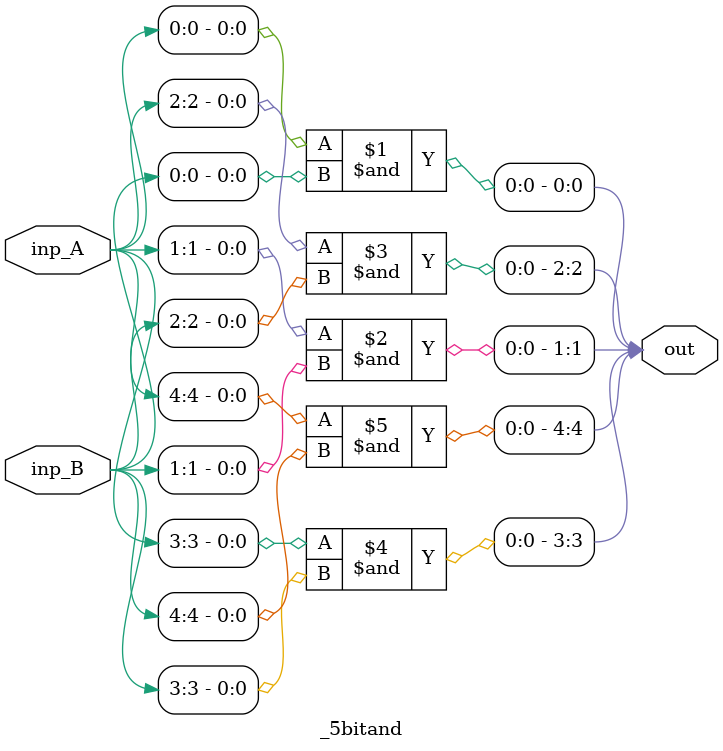
<source format=v>
module _5bitand(out,inp_A,inp_B);
input[4:0] inp_A,inp_B;
output[4:0] out;
and andof0(out[0],inp_A[0],inp_B[0]);
and andof1(out[1],inp_A[1],inp_B[1]);
and andof2(out[2],inp_A[2],inp_B[2]);
and andof3(out[3],inp_A[3],inp_B[3]);
and andof4(out[4],inp_A[4],inp_B[4]);
endmodule
</source>
